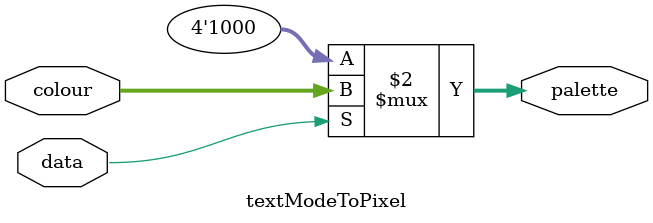
<source format=v>
module textModeToPixel(
	input data,
	input [3:0] colour,
	output wire [3:0] palette
);

	assign palette = (data == 1'b1) ? colour : 4'b1000;

endmodule

</source>
